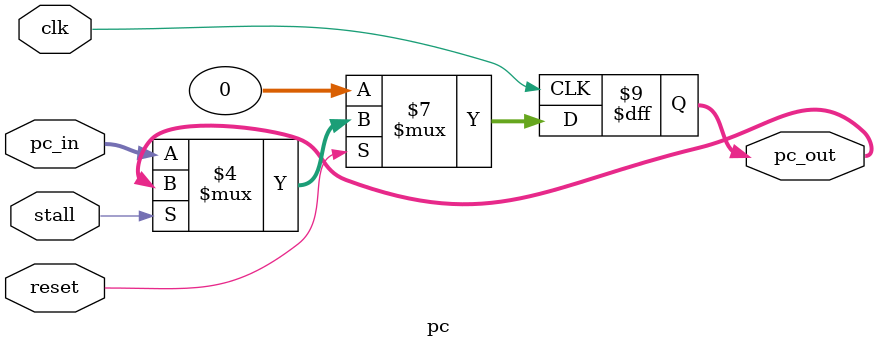
<source format=sv>
module pc (
    input wire clk, reset, stall,
    input wire [31:0] pc_in,
    output reg [31:0] pc_out
);

always_ff @(posedge clk) begin
    if (!reset) begin
        pc_out <= 32'b0;
	 end
    else if (stall == 1'b0) begin
        pc_out <= pc_in;
	 end
end

endmodule

</source>
